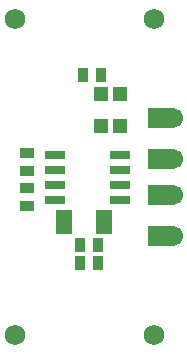
<source format=gbr>
G04*
G04 #@! TF.GenerationSoftware,Altium Limited,Altium Designer,23.11.1 (41)*
G04*
G04 Layer_Color=8388736*
%FSLAX44Y44*%
%MOMM*%
G71*
G04*
G04 #@! TF.SameCoordinates,D4B6ECC5-B607-4844-A390-64D59AB080A4*
G04*
G04*
G04 #@! TF.FilePolarity,Negative*
G04*
G01*
G75*
%ADD19R,2.2032X1.7032*%
%ADD20R,0.9532X1.2032*%
%ADD21R,1.1532X1.2032*%
%ADD22R,1.7032X0.8032*%
%ADD23R,1.3532X2.0032*%
%ADD24R,1.2032X0.9532*%
%ADD25C,1.7272*%
%ADD26C,1.7032*%
D19*
X140000Y200000D02*
D03*
Y100000D02*
D03*
Y135000D02*
D03*
Y165000D02*
D03*
D20*
X88780Y236220D02*
D03*
X73780D02*
D03*
X71240Y92710D02*
D03*
X86240D02*
D03*
X71240Y77470D02*
D03*
X86240D02*
D03*
D21*
X89090Y220000D02*
D03*
X105090D02*
D03*
X89090Y193040D02*
D03*
X105090D02*
D03*
D22*
X50090Y168910D02*
D03*
Y156210D02*
D03*
Y143510D02*
D03*
Y130810D02*
D03*
X105090Y168910D02*
D03*
Y156210D02*
D03*
Y143510D02*
D03*
Y130810D02*
D03*
D23*
X92000Y111760D02*
D03*
X58000D02*
D03*
D24*
X26670Y140850D02*
D03*
Y125850D02*
D03*
Y155060D02*
D03*
Y170060D02*
D03*
D25*
X134000Y284000D02*
D03*
X16000D02*
D03*
X134000Y16000D02*
D03*
X16000D02*
D03*
D26*
X150000Y100000D02*
D03*
Y200000D02*
D03*
Y135000D02*
D03*
Y165000D02*
D03*
M02*

</source>
